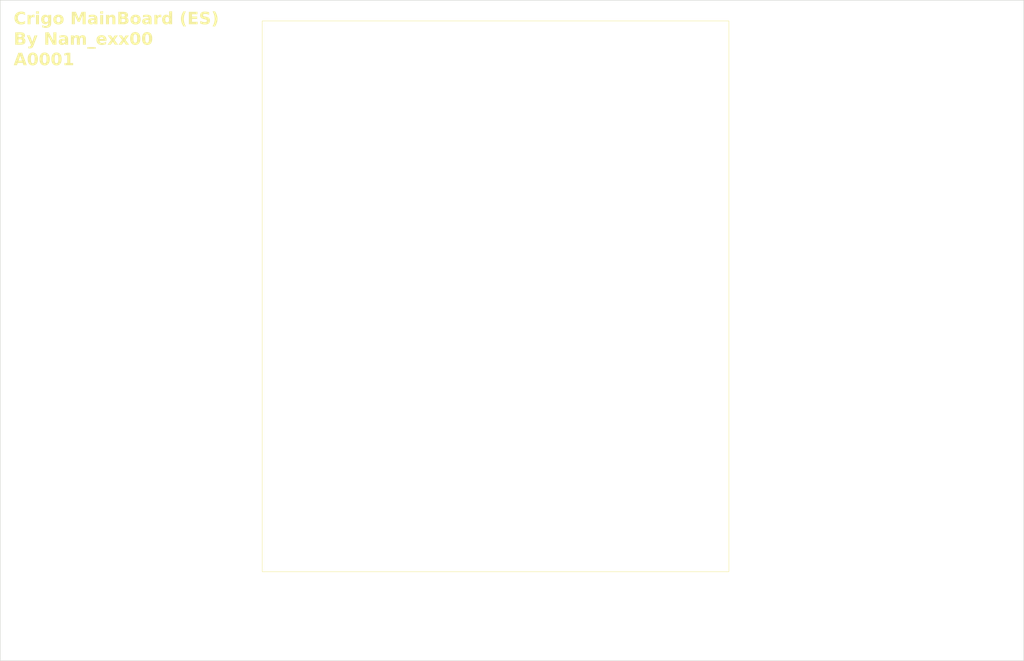
<source format=kicad_pcb>
(kicad_pcb
	(version 20241229)
	(generator "pcbnew")
	(generator_version "9.0")
	(general
		(thickness 1.6)
		(legacy_teardrops no)
	)
	(paper "A4")
	(title_block
		(title "Crigo PC")
		(company "None")
	)
	(layers
		(0 "F.Cu" signal)
		(2 "B.Cu" signal)
		(9 "F.Adhes" user "F.Adhesive")
		(11 "B.Adhes" user "B.Adhesive")
		(13 "F.Paste" user)
		(15 "B.Paste" user)
		(5 "F.SilkS" user "F.Silkscreen")
		(7 "B.SilkS" user "B.Silkscreen")
		(1 "F.Mask" user)
		(3 "B.Mask" user)
		(17 "Dwgs.User" user "User.Drawings")
		(19 "Cmts.User" user "User.Comments")
		(21 "Eco1.User" user "User.Eco1")
		(23 "Eco2.User" user "User.Eco2")
		(25 "Edge.Cuts" user)
		(27 "Margin" user)
		(31 "F.CrtYd" user "F.Courtyard")
		(29 "B.CrtYd" user "B.Courtyard")
		(35 "F.Fab" user)
		(33 "B.Fab" user)
		(39 "User.1" user)
		(41 "User.2" user)
		(43 "User.3" user)
		(45 "User.4" user)
	)
	(setup
		(pad_to_mask_clearance 0)
		(allow_soldermask_bridges_in_footprints no)
		(tenting front back)
		(pcbplotparams
			(layerselection 0x00000000_00000000_55555555_5755f5ff)
			(plot_on_all_layers_selection 0x00000000_00000000_00000000_00000000)
			(disableapertmacros no)
			(usegerberextensions no)
			(usegerberattributes yes)
			(usegerberadvancedattributes yes)
			(creategerberjobfile yes)
			(dashed_line_dash_ratio 12.000000)
			(dashed_line_gap_ratio 3.000000)
			(svgprecision 4)
			(plotframeref no)
			(mode 1)
			(useauxorigin no)
			(hpglpennumber 1)
			(hpglpenspeed 20)
			(hpglpendiameter 15.000000)
			(pdf_front_fp_property_popups yes)
			(pdf_back_fp_property_popups yes)
			(pdf_metadata yes)
			(pdf_single_document no)
			(dxfpolygonmode yes)
			(dxfimperialunits yes)
			(dxfusepcbnewfont yes)
			(psnegative no)
			(psa4output no)
			(plot_black_and_white yes)
			(sketchpadsonfab no)
			(plotpadnumbers no)
			(hidednponfab no)
			(sketchdnponfab yes)
			(crossoutdnponfab yes)
			(subtractmaskfromsilk no)
			(outputformat 1)
			(mirror no)
			(drillshape 1)
			(scaleselection 1)
			(outputdirectory "")
		)
	)
	(net 0 "")
	(gr_rect
		(start 47 -42)
		(end 238.5 184)
		(stroke
			(width 0.2)
			(type solid)
		)
		(fill no)
		(layer "F.SilkS")
		(uuid "afa0e93e-e814-4fa8-b8f9-bfc98766f20c")
	)
	(gr_rect
		(start -60.5 -50.5)
		(end 359.5 220.5)
		(stroke
			(width 0.2)
			(type solid)
		)
		(fill no)
		(layer "Edge.Cuts")
		(uuid "d98cc75a-894c-483e-831f-cc77b608992e")
	)
	(gr_text "Crigo MainBoard (ES)\nBy Nam_exx00\nA0001"
		(at -55 -23 0)
		(layer "F.SilkS")
		(uuid "657a5789-6eb4-4eed-aeef-fd6a48af067c")
		(effects
			(font
				(face "Cascadia Code")
				(size 5 5)
				(thickness 0.3)
				(bold yes)
			)
			(justify left bottom)
		)
		(render_cache "Crigo MainBoard (ES)\nBy Nam_exx00\nA0001" 0
			(polygon
				(pts
					(xy -52.445219 -40.581612) (xy -52.960352 -40.616411) (xy -53.38885 -40.713605) (xy -53.745393 -40.865572)
					(xy -54.041846 -41.069306) (xy -54.28656 -41.326635) (xy -54.483719 -41.644053) (xy -54.632982 -42.032192)
					(xy -54.729508 -42.505108) (xy -54.764305 -43.079605) (xy -54.737348 -43.563801) (xy -54.661186 -43.980511)
					(xy -54.541275 -44.339239) (xy -54.380746 -44.648168) (xy -54.180259 -44.913869) (xy -53.934724 -45.142225)
					(xy -53.652877 -45.321183) (xy -53.32946 -45.452617) (xy -52.957169 -45.535138) (xy -52.527041 -45.564166)
					(xy -52.209 -45.545809) (xy -51.926021 -45.493145) (xy -51.673412 -45.408766) (xy -51.439074 -45.286811)
					(xy -51.25337 -45.139732) (xy -51.109516 -44.966992) (xy -51.615099 -44.308147) (xy -51.788473 -44.475082)
					(xy -52.006498 -44.600933) (xy -52.251482 -44.678135) (xy -52.520324 -44.704431) (xy -52.806447 -44.677139)
					(xy -53.05393 -44.598788) (xy -53.27048 -44.470938) (xy -53.46127 -44.290134) (xy -53.608187 -44.075599)
					(xy -53.718414 -43.814393) (xy -53.78931 -43.497059) (xy -53.814811 -43.111967) (xy -53.78622 -42.680638)
					(xy -53.70774 -42.335441) (xy -53.587404 -42.060529) (xy -53.428912 -41.843096) (xy -53.231282 -41.674197)
					(xy -52.988959 -41.549543) (xy -52.6924 -41.469964) (xy -52.328899 -41.441346) (xy -52.002735 -41.463769)
					(xy -51.678099 -41.531452) (xy -51.352233 -41.646205) (xy -51.195001 -40.813642) (xy -51.596804 -40.685064)
					(xy -52.012454 -40.607684)
				)
			)
			(polygon
				(pts
					(xy -48.999258 -42.204911) (xy -49.210833 -43.449633) (xy -48.900034 -43.449633) (xy -48.854918 -43.735436)
					(xy -48.76665 -43.951536) (xy -48.640088 -44.113438) (xy -48.472875 -44.230743) (xy -48.255842 -44.305776)
					(xy -47.974354 -44.333182) (xy -47.724025 -44.307819) (xy -47.513904 -44.235725) (xy -47.335614 -44.118734)
					(xy -47.183923 -43.953079) (xy -47.071573 -43.759833) (xy -46.985488 -43.519637) (xy -46.92926 -43.222806)
					(xy -46.908845 -42.857955) (xy -47.827503 -42.857955) (xy -47.843514 -43.071723) (xy -47.885036 -43.221062)
					(xy -47.94535 -43.322627) (xy -48.033836 -43.397388) (xy -48.15691 -43.445682) (xy -48.326369 -43.463677)
					(xy -48.485537 -43.443073) (xy -48.619395 -43.383636) (xy -48.734128 -43.283909) (xy -48.832257 -43.136086)
					(xy -48.918543 -42.910886) (xy -48.977205 -42.607278)
				)
			)
			(polygon
				(pts
					(xy -50.686366 -40.65) (xy -50.686366 -41.441346) (xy -48.152041 -41.441346) (xy -48.152041 -40.65)
				)
			)
			(polygon
				(pts
					(xy -49.921275 -40.65) (xy -49.921275 -44.264794) (xy -49.135729 -44.264794) (xy -48.999258 -43.227983)
					(xy -48.999258 -40.65)
				)
			)
			(polygon
				(pts
					(xy -50.549895 -43.473447) (xy -50.549895 -44.264794) (xy -49.183661 -44.264794) (xy -49.115273 -43.473447)
				)
			)
			(polygon
				(pts
					(xy -44.975968 -40.65) (xy -44.975968 -44.05963) (xy -44.053646 -44.05963) (xy -44.053646 -40.65)
				)
			)
			(polygon
				(pts
					(xy -46.314724 -40.65) (xy -46.314724 -41.504849) (xy -44.90758 -41.504849) (xy -44.90758 -40.65)
				)
			)
			(polygon
				(pts
					(xy -44.122034 -40.65) (xy -44.122034 -41.504849) (xy -42.981114 -41.504849) (xy -42.981114 -40.65)
				)
			)
			(polygon
				(pts
					(xy -46.109865 -43.409944) (xy -46.109865 -44.264794) (xy -44.053646 -44.264794) (xy -44.053646 -43.409944)
				)
			)
			(polygon
				(pts
					(xy -44.55587 -44.753279) (xy -44.724314 -44.772508) (xy -44.86447 -44.827303) (xy -44.982684 -44.917227)
					(xy -45.072594 -45.035448) (xy -45.127397 -45.175699) (xy -45.146632 -45.344347) (xy -45.127397 -45.512995)
					(xy -45.072594 -45.653246) (xy -44.982684 -45.771467) (xy -44.86447 -45.861391) (xy -44.724314 -45.916186)
					(xy -44.55587 -45.935415) (xy -44.387222 -45.916179) (xy -44.246971 -45.861376) (xy -44.12875 -45.771467)
					(xy -44.038841 -45.653246) (xy -43.984038 -45.512995) (xy -43.964802 -45.344347) (xy -43.984038 -45.175699)
					(xy -44.038841 -45.035448) (xy -44.12875 -44.917227) (xy -44.246971 -44.827318) (xy -44.387222 -44.772515)
				)
			)
			(polygon
				(pts
					(xy -42.083217 -39.023342) (xy -42.117411 -39.829344) (xy -40.956036 -39.863538) (xy -40.647766 -39.903427)
					(xy -40.423567 -39.993585) (xy -40.262691 -40.12732) (xy -40.149263 -40.306727) (xy -40.074995 -40.546517)
					(xy -40.047452 -40.864628) (xy -40.047452 -43.500924) (xy -39.979064 -44.264794) (xy -39.121772 -44.264794)
					(xy -39.121772 -40.972705) (xy -39.155491 -40.484764) (xy -39.247829 -40.097086) (xy -39.389311 -39.790552)
					(xy -39.576064 -39.549991) (xy -39.814651 -39.360856) (xy -40.124021 -39.212134) (xy -40.520493 -39.107938)
					(xy -41.024424 -39.057536)
				)
			)
			(polygon
				(pts
					(xy -41.014043 -40.581612) (xy -41.341409 -40.613853) (xy -41.618821 -40.705747) (xy -41.856469 -40.854968)
					(xy -42.060929 -41.065823) (xy -42.214724 -41.313991) (xy -42.331599 -41.61984) (xy -42.407478 -41.995163)
					(xy -42.434926 -42.454038) (xy -42.407651 -42.908889) (xy -42.33203 -43.283299) (xy -42.215171 -43.590595)
					(xy -42.060929 -43.841948) (xy -41.85605 -44.055864) (xy -41.617256 -44.207211) (xy -41.337838 -44.300446)
					(xy -41.007327 -44.333182) (xy -40.736977 -44.310213) (xy -40.533095 -44.248318) (xy -40.380539 -44.153968)
					(xy -40.259676 -44.021181) (xy -40.166116 -43.843644) (xy -40.102102 -43.610223) (xy -39.835572 -43.610223)
					(xy -40.047452 -42.454038) (xy -40.071272 -42.802417) (xy -40.133311 -43.049983) (xy -40.223307 -43.221571)
					(xy -40.357023 -43.35368) (xy -40.529869 -43.434625) (xy -40.754535 -43.463677) (xy -40.966106 -43.433281)
					(xy -41.136967 -43.346229) (xy -41.277215 -43.199284) (xy -41.374141 -43.013732) (xy -41.438002 -42.770483)
					(xy -41.461618 -42.454038) (xy -41.43806 -42.125224) (xy -41.375462 -41.881528) (xy -41.282405 -41.703602)
					(xy -41.145883 -41.564706) (xy -40.973765 -41.480858) (xy -40.754535 -41.451116) (xy -40.502534 -41.481477)
					(xy -40.325359 -41.562646) (xy -40.202852 -41.689863) (xy -40.124008 -41.857692) (xy -40.068815 -42.103824)
					(xy -40.047452 -42.454038) (xy -39.801683 -41.30457) (xy -40.122557 -41.30457) (xy -40.181734 -41.074793)
					(xy -40.276755 -40.897547) (xy -40.406184 -40.762351) (xy -40.567776 -40.665261) (xy -40.767164 -40.60373)
				)
			)
			(polygon
				(pts
					(xy -36.171429 -44.299627) (xy -35.848191 -44.20487) (xy -35.575374 -44.053425) (xy -35.344556 -43.84378)
					(xy -35.164994 -43.589454) (xy -35.030887 -43.281292) (xy -34.944929 -42.90844) (xy -34.914078 -42.457397)
					(xy -34.944857 -42.008273) (xy -35.030705 -41.636145) (xy -35.164805 -41.327779) (xy -35.344556 -41.07254)
					(xy -35.575472 -40.86217) (xy -35.848328 -40.710267) (xy -36.171532 -40.615252) (xy -36.556917 -40.581612)
					(xy -36.942297 -40.615247) (xy -37.26556 -40.710256) (xy -37.538522 -40.862161) (xy -37.769583 -41.07254)
					(xy -37.949333 -41.327779) (xy -38.083434 -41.636145) (xy -38.169282 -42.008273) (xy -38.200061 -42.457397)
					(xy -37.219731 -42.457397) (xy -37.197299 -42.143269) (xy -37.136867 -41.90302) (xy -37.045708 -41.721004)
					(xy -36.912623 -41.575615) (xy -36.752256 -41.49042) (xy -36.55539 -41.460886) (xy -36.35861 -41.49046)
					(xy -36.198895 -41.575671) (xy -36.066905 -41.721004) (xy -35.976588 -41.902901) (xy -35.916662 -42.143148)
					(xy -35.894408 -42.457397) (xy -35.916755 -42.773989) (xy -35.97676 -43.014528) (xy -36.066905 -43.195315)
					(xy -36.198823 -43.339607) (xy -36.359005 -43.424417) (xy -36.556917 -43.453907) (xy -36.752892 -43.424558)
					(xy -36.912782 -43.339861) (xy -37.045708 -43.195315) (xy -37.136694 -43.014409) (xy -37.197205 -42.773867)
					(xy -37.219731 -42.457397) (xy -38.200061 -42.457397) (xy -38.16921 -42.90844) (xy -38.083252 -43.281292)
					(xy -37.949145 -43.589454) (xy -37.769583 -43.84378) (xy -37.538621 -44.053435) (xy -37.265697 -44.20488)
					(xy -36.9424 -44.299632) (xy -36.556917 -44.333182)
				)
			)
			(polygon
				(pts
					(xy -28.476448 -42.34993) (xy -28.373866 -43.331786) (xy -28.332955 -43.331786) (xy -27.977581 -45.495778)
					(xy -27.475662 -45.495778) (xy -27.421013 -44.636043) (xy -27.636252 -44.636043) (xy -28.045969 -42.34993)
				)
			)
			(polygon
				(pts
					(xy -30.030443 -40.65) (xy -30.030443 -45.495778) (xy -29.190247 -45.495778) (xy -29.190247 -40.65)
				)
			)
			(polygon
				(pts
					(xy -28.67459 -42.34993) (xy -29.084307 -44.636043) (xy -29.299546 -44.636043) (xy -29.244897 -45.495778)
					(xy -28.742672 -45.495778) (xy -28.387604 -43.331786) (xy -28.360127 -43.331786) (xy -28.264567 -42.34993)
				)
			)
			(polygon
				(pts
					(xy -27.530312 -40.65) (xy -27.530312 -45.495778) (xy -26.690116 -45.495778) (xy -26.690116 -40.65)
				)
			)
			(polygon
				(pts
					(xy -23.595865 -40.615806) (xy -23.674328 -41.696885) (xy -23.688066 -42.173464) (xy -23.688066 -42.888485)
					(xy -23.716584 -43.069728) (xy -23.797654 -43.209683) (xy -23.935668 -43.318658) (xy -24.107031 -43.389844)
					(xy -24.346101 -43.442319) (xy -24.671755 -43.468867) (xy -25.597435 -43.492986) (xy -25.529047 -44.333182)
					(xy -24.740143 -44.322801) (xy -24.236424 -44.287576) (xy -23.836832 -44.205169) (xy -23.522722 -44.084552)
					(xy -23.278349 -43.931097) (xy -23.072847 -43.725335) (xy -22.925113 -43.479077) (xy -22.832736 -43.184109)
					(xy -22.799938 -42.82834) (xy -22.799938 -41.47554) (xy -22.298019 -41.400436) (xy -22.298019 -40.65)
				)
			)
			(polygon
				(pts
					(xy -24.821964 -40.581612) (xy -25.111504 -40.601888) (xy -25.35249 -40.658588) (xy -25.553262 -40.747464)
					(xy -25.720472 -40.86707) (xy -25.857409 -41.020089) (xy -25.956766 -41.202203) (xy -26.019181 -41.419286)
					(xy -26.041346 -41.679483) (xy -26.012887 -41.979094) (xy -25.932351 -42.229561) (xy -25.802746 -42.44075)
					(xy -25.621249 -42.619207) (xy -25.405756 -42.754145) (xy -25.142059 -42.856281) (xy -24.820462 -42.922353)
					(xy -24.429344 -42.946188) (xy -23.915212 -42.915352) (xy -23.476186 -42.820097) (xy -23.6267 -42.101413)
					(xy -23.840762 -42.142769) (xy -24.019626 -42.160947) (xy -24.384769 -42.169495) (xy -24.685482 -42.145659)
					(xy -24.882976 -42.085241) (xy -25.00699 -41.99926) (xy -25.077713 -41.889553) (xy -25.102233 -41.748176)
					(xy -25.068522 -41.578142) (xy -24.972479 -41.458443) (xy -24.823003 -41.386172) (xy -24.593292 -41.358304)
					(xy -24.309033 -41.388865) (xy -24.091067 -41.472793) (xy -23.912307 -41.60522) (xy -23.788817 -41.764052)
					(xy -23.712738 -41.9456) (xy -23.688066 -42.128585) (xy -23.688066 -42.357562) (xy -23.558312 -41.421502)
					(xy -23.848656 -41.421502) (xy -23.728977 -41.531411) (xy -23.772231 -41.233129) (xy -23.87247 -41.003236)
					(xy -24.03136 -40.819286) (xy -24.246467 -40.686636) (xy -24.501926 -40.609513)
				)
			)
			(polygon
				(pts
					(xy -20.385598 -40.65) (xy -20.385598 -44.05963) (xy -19.463276 -44.05963) (xy -19.463276 -40.65)
				)
			)
			(polygon
				(pts
					(xy -21.724354 -40.65) (xy -21.724354 -41.504849) (xy -20.31721 -41.504849) (xy -20.31721 -40.65)
				)
			)
			(polygon
				(pts
					(xy -19.531664 -40.65) (xy -19.531664 -41.504849) (xy -18.390744 -41.504849) (xy -18.390744 -40.65)
				)
			)
			(polygon
				(pts
					(xy -21.519495 -43.409944) (xy -21.519495 -44.264794) (xy -19.463276 -44.264794) (xy -19.463276 -43.409944)
				)
			)
			(polygon
				(pts
					(xy -19.9655 -44.753279) (xy -20.133944 -44.772508) (xy -20.2741 -44.827303) (xy -20.392315 -44.917227)
					(xy -20.482224 -45.035448) (xy -20.537027 -45.175699) (xy -20.556263 -45.344347) (xy -20.537027 -45.512995)
					(xy -20.482224 -45.653246) (xy -20.392315 -45.771467) (xy -20.2741 -45.861391) (xy -20.133944 -45.916186)
					(xy -19.9655 -45.935415) (xy -19.796852 -45.916179) (xy -19.656601 -45.861376) (xy -19.538381 -45.771467)
					(xy -19.448471 -45.653246) (xy -19.393668 -45.512995) (xy -19.374433 -45.344347) (xy -19.393668 -45.175699)
					(xy -19.448471 -45.035448) (xy -19.538381 -44.917227) (xy -19.656601 -44.827318) (xy -19.796852 -44.772515)
				)
			)
			(polygon
				(pts
					(xy -15.457083 -40.65) (xy -15.457083 -42.77247) (xy -15.474292 -42.986891) (xy -15.520896 -43.151289)
					(xy -15.592027 -43.276526) (xy -15.693371 -43.374084) (xy -15.819204 -43.433052) (xy -15.97732 -43.453907)
					(xy -16.184678 -43.427616) (xy -16.347952 -43.353817) (xy -16.477902 -43.232728) (xy -16.5787 -43.054981)
					(xy -16.647112 -42.803209) (xy -16.673107 -42.454038) (xy -16.884682 -43.609918) (xy -16.584263 -43.609918)
					(xy -16.529627 -43.844867) (xy -16.44545 -44.022211) (xy -16.33483 -44.153968) (xy -16.191806 -44.248089)
					(xy -15.996818 -44.31005) (xy -15.733688 -44.333182) (xy -15.45021 -44.309166) (xy -15.213158 -44.241488)
					(xy -15.013814 -44.133696) (xy -14.845865 -43.985136) (xy -14.714248 -43.803832) (xy -14.616354 -43.58509)
					(xy -14.553806 -43.321391) (xy -14.531402 -43.003279) (xy -14.531402 -40.65)
				)
			)
			(polygon
				(pts
					(xy -17.598787 -40.65) (xy -17.598787 -44.264794) (xy -16.772025 -44.264794) (xy -16.673107 -43.500924)
					(xy -16.673107 -40.65)
				)
			)
			(polygon
				(pts
					(xy -12.67363 -40.65) (xy -12.67363 -41.480425) (xy -11.809621 -41.480425) (xy -11.568941 -41.502233)
					(xy -11.381375 -41.562008) (xy -11.235345 -41.655059) (xy -11.123579 -41.78423) (xy -11.055124 -41.944406)
					(xy -11.030792 -42.145071) (xy -11.05615 -42.342514) (xy -11.127831 -42.500357) (xy -11.246031 -42.628061)
					(xy -11.398628 -42.718622) (xy -11.598011 -42.777618) (xy -11.857248 -42.799337) (xy -12.660197 -42.799337)
					(xy -12.742018 -43.162342) (xy -11.403262 -43.162342) (xy -11.085748 -43.140289) (xy -10.823477 -43.078838)
					(xy -10.606831 -42.982906) (xy -10.428122 -42.854291) (xy -10.281369 -42.689459) (xy -10.175018 -42.494083)
					(xy -10.108312 -42.262028) (xy -10.084656 -41.984787) (xy -10.111949 -41.671026) (xy -10.189001 -41.408115)
					(xy -10.312105 -41.186388) (xy -10.482466 -40.998961) (xy -10.688963 -40.853535) (xy -10.939642 -40.74481)
					(xy -11.243446 -40.675054) (xy -11.611479 -40.65)
				)
			)
			(polygon
				(pts
					(xy -13.527564 -40.65) (xy -13.527564 -45.495778) (xy -12.626003 -45.495778) (xy -12.626003 -40.65)
				)
			)
			(polygon
				(pts
					(xy -12.905966 -43.039) (xy -12.905966 -43.37117) (xy -11.560188 -43.37117) (xy -11.560188 -43.039)
				)
			)
			(polygon
				(pts
					(xy -12.67363 -43.271641) (xy -12.67363 -43.634647) (xy -12.01448 -43.634647) (xy -11.806754 -43.652233)
					(xy -11.650845 -43.699519) (xy -11.534848 -43.771423) (xy -11.447006 -43.873292) (xy -11.392223 -44.004838)
					(xy -11.372426 -44.17534) (xy -11.392887 -44.328714) (xy -11.450313 -44.448174) (xy -11.544923 -44.542009)
					(xy -11.666616 -44.605936) (xy -11.834509 -44.649073) (xy -12.062412 -44.665352) (xy -12.660197 -44.665352)
					(xy -12.742018 -45.495778) (xy -12.028218 -45.495778) (xy -11.639335 -45.473004) (xy -11.319758 -45.40994)
					(xy -11.058046 -45.312683) (xy -10.844556 -45.184673) (xy -10.662426 -45.013668) (xy -10.53361 -44.813406)
					(xy -10.454206 -44.578113) (xy -10.42629 -44.298682) (xy -10.448361 -44.056671) (xy -10.510756 -43.854033)
					(xy -10.610838 -43.683066) (xy -10.750218 -43.538476) (xy -10.980676 -43.397032) (xy -11.280598 -43.305319)
					(xy -11.669487 -43.271641)
				)
			)
			(polygon
				(pts
					(xy -7.482665 -44.299627) (xy -7.159426 -44.20487) (xy -6.886609 -44.053425) (xy -6.655792 -43.84378)
					(xy -6.476229 -43.589454) (xy -6.342122 -43.281292) (xy -6.256164 -42.90844) (xy -6.225314 -42.457397)
					(xy -6.256092 -42.008273) (xy -6.341941 -41.636145) (xy -6.476041 -41.327779) (xy -6.655792 -41.07254)
					(xy -6.886707 -40.86217) (xy -7.159563 -40.710267) (xy -7.482767 -40.615252) (xy -7.868152 -40.581612)
					(xy -8.253532 -40.615247) (xy -8.576795 -40.710256) (xy -8.849758 -40.862161) (xy -9.080818 -41.07254)
					(xy -9.260569 -41.327779) (xy -9.394669 -41.636145) (xy -9.480517 -42.008273) (xy -9.511296 -42.457397)
					(xy -8.530966 -42.457397) (xy -8.508534 -42.143269) (xy -8.448102 -41.90302) (xy -8.356943 -41.721004)
					(xy -8.223858 -41.575615) (xy -8.063491 -41.49042) (xy -7.866625 -41.460886) (xy -7.669845 -41.49046)
					(xy -7.51013 -41.575671) (xy -7.37814 -41.721004) (xy -7.287823 -41.902901) (xy -7.227897 -42.143148)
					(xy -7.205643 -42.457397) (xy -7.22799 -42.773989) (xy -7.287996 -43.014528) (xy -7.37814 -43.195315)
					(xy -7.510059 -43.339607) (xy -7.67024 -43.424417) (xy -7.868152 -43.453907) (xy -8.064127 -43.424558)
					(xy -8.224017 -43.339861) (xy -8.356943 -43.195315) (xy -8.447929 -43.014409) (xy -8.508441 -42.773867)
					(xy -8.530966 -42.457397) (xy -9.511296 -42.457397) (xy -9.480445 -42.90844) (xy -9.394488 -43.281292)
					(xy -9.26038 -43.589454) (xy -9.080818 -43.84378) (xy -8.849856 -44.053435) (xy -8.576932 -44.20488)
					(xy -8.253635 -44.299632) (xy -7.868152 -44.333182)
				)
			)
			(polygon
				(pts
					(xy -3.10389 -40.615806) (xy -3.182353 -41.696885) (xy -3.196092 -42.173464) (xy -3.196092 -42.888485)
					(xy -3.22461 -43.069728) (xy -3.305679 -43.209683) (xy -3.443693 -43.318658) (xy -3.615056 -43.389844)
					(xy -3.854126 -43.442319) (xy -4.17978 -43.468867) (xy -5.10546 -43.492986) (xy -5.037072 -44.333182)
					(xy -4.248168 -44.322801) (xy -3.744449 -44.287576) (xy -3.344858 -44.205169) (xy -3.030747 -44.084552)
					(xy -2.786374 -43.931097) (xy -2.580872 -43.725335) (xy -2.433138 -43.479077) (xy -2.340761 -43.184109)
					(xy -2.307964 -42.82834) (xy -2.307964 -41.47554) (xy -1.806045 -41.400436) (xy -1.806045 -40.65)
				)
			)
			(polygon
				(pts
					(xy -4.329989 -40.581612) (xy -4.619529 -40.601888) (xy -4.860515 -40.658588) (xy -5.061287 -40.747464)
					(xy -5.228497 -40.86707) (xy -5.365434 -41.020089) (xy -5.464792 -41.202203) (xy -5.527206 -41.419286)
					(xy -5.549371 -41.679483) (xy -5.520912 -41.979094) (xy -5.440376 -42.229561) (xy -5.310771 -42.44075)
					(xy -5.129274 -42.619207) (xy -4.913781 -42.754145) (xy -4.650084 -42.856281) (xy -4.328487 -42.922353)
					(xy -3.937369 -42.946188) (xy -3.423237 -42.915352) (xy -2.984211 -42.820097) (xy -3.134726 -42.101413)
					(xy -3.348787 -42.142769) (xy -3.527651 -42.160947) (xy -3.892794 -42.169495) (xy -4.193507 -42.145659)
					(xy -4.391001 -42.085241) (xy -4.515015 -41.99926) (xy -4.585738 -41.889553) (xy -4.610258 -41.748176)
					(xy -4.576547 -41.578142) (xy -4.480504 -41.458443) (xy -4.331028 -41.386172) (xy -4.101317 -41.358304)
					(xy -3.817058 -41.388865) (xy -3.599092 -41.472793) (xy -3.420332 -41.60522) (xy -3.296842 -41.764052)
					(xy -3.220763 -41.9456) (xy -3.196092 -42.128585) (xy -3.196092 -42.357562) (xy -3.066338 -41.421502)
					(xy -3.356681 -41.421502) (xy -3.237002 -41.531411) (xy -3.280257 -41.233129) (xy -3.380495 -41.003236)
					(xy -3.539385 -40.819286) (xy -3.754492 -40.686636) (xy -4.009951 -40.609513)
				)
			)
			(polygon
				(pts
					(xy 0.181481 -42.204911) (xy -0.030094 -43.449633) (xy 0.280704 -43.449633) (xy 0.325821 -43.735436)
					(xy 0.414089 -43.951536) (xy 0.540651 -44.113438) (xy 0.707864 -44.230743) (xy 0.924897 -44.305776)
					(xy 1.206385 -44.333182) (xy 1.456714 -44.307819) (xy 1.666834 -44.235725) (xy 1.845125 -44.118734)
					(xy 1.996816 -43.953079) (xy 2.109166 -43.759833) (xy 2.19525 -43.519637) (xy 2.251478 -43.222806)
					(xy 2.271894 -42.857955) (xy 1.353236 -42.857955) (xy 1.337224 -43.071723) (xy 1.295702 -43.221062)
					(xy 1.235389 -43.322627) (xy 1.146902 -43.397388) (xy 1.023829 -43.445682) (xy 0.85437 -43.463677)
					(xy 0.695202 -43.443073) (xy 0.561343 -43.383636) (xy 0.446611 -43.283909) (xy 0.348482 -43.136086)
					(xy 0.262196 -42.910886) (xy 0.203533 -42.607278)
				)
			)
			(polygon
				(pts
					(xy -1.505626 -40.65) (xy -1.505626 -41.441346) (xy 1.028698 -41.441346) (xy 1.028698 -40.65)
				)
			)
			(polygon
				(pts
					(xy -0.740535 -40.65) (xy -0.740535 -44.264794) (xy 0.04501 -44.264794) (xy 0.181481 -43.227983)
					(xy 0.181481 -40.65)
				)
			)
			(polygon
				(pts
					(xy -1.369155 -43.473447) (xy -1.369155 -44.264794) (xy -0.002922 -44.264794) (xy 0.065465 -43.473447)
				)
			)
			(polygon
				(pts
					(xy 4.0683 -40.581612) (xy 3.740935 -40.613853) (xy 3.463522 -40.705747) (xy 3.225874 -40.854968)
					(xy 3.021414 -41.065823) (xy 2.86762 -41.313991) (xy 2.750745 -41.61984) (xy 2.674866 -41.995163)
					(xy 2.647418 -42.454038) (xy 2.674692 -42.908889) (xy 2.750313 -43.283299) (xy 2.867173 -43.590595)
					(xy 3.021414 -43.841948) (xy 3.226294 -44.055864) (xy 3.465087 -44.207211) (xy 3.744506 -44.300446)
					(xy 4.075017 -44.333182) (xy 4.33356 -44.310388) (xy 4.529841 -44.248686) (xy 4.677991 -44.153968)
					(xy 4.794558 -44.021668) (xy 4.884765 -43.844232) (xy 4.946048 -43.610223) (xy 5.246772 -43.610223)
					(xy 5.034891 -42.454038) (xy 5.011071 -42.802417) (xy 4.949033 -43.049983) (xy 4.859036 -43.221571)
					(xy 4.725321 -43.35368) (xy 4.552475 -43.434625) (xy 4.327808 -43.463677) (xy 4.116238 -43.433281)
					(xy 3.945377 -43.346229) (xy 3.805129 -43.199284) (xy 3.708203 -43.013732) (xy 3.644342 -42.770483)
					(xy 3.620725 -42.454038) (xy 3.644284 -42.125224) (xy 3.706881 -41.881528) (xy 3.799938 -41.703602)
					(xy 3.936461 -41.564706) (xy 4.108578 -41.480858) (xy 4.327808 -41.451116) (xy 4.579809 -41.481477)
					(xy 4.756985 -41.562646) (xy 4.879492 -41.689863) (xy 4.958336 -41.857692) (xy 5.013529 -42.103824)
					(xy 5.034891 -42.454038) (xy 5.280661 -41.30457) (xy 4.959787 -41.30457) (xy 4.90061 -41.074793)
					(xy 4.805589 -40.897547) (xy 4.67616 -40.762351) (xy 4.514568 -40.665261) (xy 4.31518 -40.60373)
				)
			)
			(polygon
				(pts
					(xy 5.168004 -40.615806) (xy 5.034891 -41.332048) (xy 5.034891 -45.76933) (xy 5.960572 -45.76933)
					(xy 5.960572 -40.65)
				)
			)
			(polygon
				(pts
					(xy 13.887473 -39.964898) (xy 13.422964 -40.000355) (xy 13.017825 -40.101784) (xy 12.66212 -40.265045)
					(xy 12.348142 -40.49053) (xy 12.070917 -40.783112) (xy 11.851946 -41.11273) (xy 11.674518 -41.499112)
					(xy 11.540758 -41.951018) (xy 11.455263 -42.478888) (xy 11.424895 -43.094565) (xy 11.455206 -43.701408)
					(xy 11.540573 -44.221937) (xy 11.674219 -44.667837) (xy 11.851663 -45.049388) (xy 12.070917 -45.375183)
					(xy 12.347603 -45.663697) (xy 12.661271 -45.886382) (xy 13.016961 -46.047822) (xy 13.422394 -46.14821)
					(xy 13.887473 -46.183321) (xy 14.037683 -46.183321) (xy 14.037683 -45.323586) (xy 13.887473 -45.323586)
					(xy 13.602781 -45.298982) (xy 13.353912 -45.22828) (xy 13.134238 -45.113373) (xy 12.938958 -44.952388)
					(xy 12.765483 -44.739846) (xy 12.604083 -44.44418) (xy 12.480568 -44.080679) (xy 12.400132 -43.635985)
					(xy 12.371031 -43.094565) (xy 12.400145 -42.544125) (xy 12.480625 -42.091648) (xy 12.604173 -41.721524)
					(xy 12.765483 -41.42028) (xy 12.93958 -41.202764) (xy 13.135231 -41.038462) (xy 13.354929 -40.92147)
					(xy 13.603454 -40.849615) (xy 13.887473 -40.824633) (xy 14.037683 -40.824633) (xy 14.037683 -39.964898)
				)
			)
			(polygon
				(pts
					(xy 15.1612 -40.65) (xy 15.1612 -45.495778) (xy 16.062761 -45.495778) (xy 16.062761 -40.65)
				)
			)
			(polygon
				(pts
					(xy 15.1612 -40.65) (xy 15.1612 -41.480425) (xy 18.487787 -41.480425) (xy 18.487787 -40.65)
				)
			)
			(polygon
				(pts
					(xy 15.1612 -42.662561) (xy 15.1612 -43.497871) (xy 17.873211 -43.497871) (xy 17.873211 -42.662561)
				)
			)
			(polygon
				(pts
					(xy 15.1612 -44.665352) (xy 15.1612 -45.495778) (xy 18.487787 -45.495778) (xy 18.487787 -44.665352)
				)
			)
			(polygon
				(pts
					(xy 20.653 -40.581612) (xy 20.243734 -40.599271) (xy 19.850357 -40.651526) (xy 19.47374 -40.737772)
					(xy 19.153654 -40.847836) (xy 19.276692 -41.769242) (xy 19.654104 -41.628937) (xy 20.022854 -41.526526)
					(xy 20.387842 -41.4616) (xy 20.70765 -41.441346) (xy 20.949026 -41.45822) (xy 21.131526 -41.503416)
					(xy 21.267882 -41.5711) (xy 21.376355 -41.670456) (xy 21.440342 -41.792047) (xy 21.462665 -41.943265)
					(xy 21.440022 -42.086942) (xy 21.371922 -42.21618) (xy 21.25128 -42.336197) (xy 21.063023 -42.448237)
					(xy 20.36632 -42.786209) (xy 20.03749 -42.974949) (xy 19.773832 -43.183122) (xy 19.56673 -43.410554)
					(xy 19.40806 -43.670067) (xy 19.31474 -43.942314) (xy 19.283408 -44.233347) (xy 19.311925 -44.544631)
					(xy 19.392683 -44.80622) (xy 19.522465 -45.027828) (xy 19.703506 -45.21612) (xy 19.920422 -45.360604)
					(xy 20.1842 -45.46917) (xy 20.504248 -45.539038) (xy 20.892053 -45.564166) (xy 21.187417 -45.54647)
					(xy 21.469565 -45.494076) (xy 21.740797 -45.40724) (xy 21.998811 -45.28681) (xy 22.235583 -45.135879)
					(xy 22.45307 -44.953253) (xy 21.831472 -44.240064) (xy 21.589049 -44.442229) (xy 21.356725 -44.584141)
					(xy 21.116531 -44.675755) (xy 20.895717 -44.704431) (xy 20.698771 -44.688342) (xy 20.545885 -44.644508)
					(xy 20.427686 -44.577119) (xy 20.335944 -44.481568) (xy 20.280194 -44.361535) (xy 20.26038 -44.209228)
					(xy 20.288747 -44.055992) (xy 20.378227 -43.905451) (xy 20.515011 -43.773909) (xy 20.714672 -43.646249)
					(xy 21.370464 -43.308278) (xy 21.698608 -43.112265) (xy 21.958966 -42.905081) (xy 22.160894 -42.686985)
					(xy 22.318259 -42.439381) (xy 22.409228 -42.187649) (xy 22.439331 -41.926168) (xy 22.408264 -41.612296)
					(xy 22.319931 -41.34801) (xy 22.176774 -41.123143) (xy 21.974659 -40.931184) (xy 21.73729 -40.787434)
					(xy 21.445552 -40.678159) (xy 21.08847 -40.607243)
				)
			)
			(polygon
				(pts
					(xy 23.504841 -39.964898) (xy 23.504841 -40.824633) (xy 23.651692 -40.824633) (xy 23.937235 -40.849682)
					(xy 24.186577 -40.921663) (xy 24.406498 -41.038734) (xy 24.601861 -41.20299) (xy 24.775209 -41.42028)
					(xy 24.935852 -41.721426) (xy 25.05893 -42.091514) (xy 25.139121 -42.544025) (xy 25.168135 -43.094565)
					(xy 25.139134 -43.636086) (xy 25.058986 -44.080814) (xy 24.935941 -44.444278) (xy 24.775209 -44.739846)
					(xy 24.602483 -44.952165) (xy 24.407493 -45.113105) (xy 24.187599 -45.22809) (xy 23.937912 -45.298915)
					(xy 23.651692 -45.323586) (xy 23.504841 -45.323586) (xy 23.504841 -46.183321) (xy 23.651692 -46.183321)
					(xy 24.118329 -46.14815) (xy 24.524586 -46.047649) (xy 24.880486 -45.886137) (xy 25.193846 -45.663493)
					(xy 25.469774 -45.375183) (xy 25.688463 -45.049472) (xy 25.865486 -44.667968) (xy 25.998835 -44.22207)
					(xy 26.084021 -43.701496) (xy 26.11427 -43.094565) (xy 26.083964 -42.4788) (xy 25.998651 -41.950884)
					(xy 25.865188 -41.498981) (xy 25.688181 -41.112646) (xy 25.469774 -40.783112) (xy 25.193307 -40.490735)
					(xy 24.879634 -40.265292) (xy 24.523719 -40.101959) (xy 24.117757 -40.000417) (xy 23.651692 -39.964898)
				)
			)
			(polygon
				(pts
					(xy -53.65758 -32.25) (xy -53.65758 -33.080425) (xy -52.793571 -33.080425) (xy -52.552891 -33.102233)
					(xy -52.365325 -33.162008) (xy -52.219295 -33.255059) (xy -52.107529 -33.38423) (xy -52.039073 -33.544406)
					(xy -52.014741 -33.745071) (xy -52.0401 -33.942514) (xy -52.111781 -34.100357) (xy -52.22998 -34.228061)
					(xy -52.382578 -34.318622) (xy -52.581961 -34.377618) (xy -52.841198 -34.399337) (xy -53.644146 -34.399337)
					(xy -53.725968 -34.762342) (xy -52.387212 -34.762342) (xy -52.069697 -34.740289) (xy -51.807427 -34.678838)
					(xy -51.59078 -34.582906) (xy -51.412072 -34.454291) (xy -51.265319 -34.289459) (xy -51.158968 -34.094083)
					(xy -51.092262 -33.862028) (xy -51.068606 -33.584787) (xy -51.095899 -33.271026) (xy -51.172951 -33.008115)
					(xy -51.296054 -32.786388) (xy -51.466416 -32.598961) (xy -51.672912 -32.453535) (xy -51.923592 -32.34481)
					(xy -52.227395 -32.275054) (xy -52.595429 -32.25)
				)
			)
			(polygon
				(pts
					(xy -54.511514 -32.25) (xy -54.511514 -37.095778) (xy -53.609952 -37.095778) (xy -53.609952 -32.25)
				)
			)
			(polygon
				(pts
					(xy -53.889916 -34.639) (xy -53.889916 -34.97117) (xy -52.544138 -34.97117) (xy -52.544138 -34.639)
				)
			)
			(polygon
				(pts
					(xy -53.65758 -34.871641) (xy -53.65758 -35.234647) (xy -52.998429 -35.234647) (xy -52.790704 -35.252233)
					(xy -52.634795 -35.299519) (xy -52.518797 -35.371423) (xy -52.430956 -35.473292) (xy -52.376173 -35.604838)
					(xy -52.356376 -35.77534) (xy -52.376837 -35.928714) (xy -52.434262 -36.048174) (xy -52.528872 -36.142009)
					(xy -52.650566 -36.205936) (xy -52.818459 -36.249073) (xy -53.046362 -36.265352) (xy -53.644146 -36.265352)
					(xy -53.725968 -37.095778) (xy -53.012168 -37.095778) (xy -52.623285 -37.073004) (xy -52.303707 -37.00994)
					(xy -52.041996 -36.912683) (xy -51.828506 -36.784673) (xy -51.646375 -36.613668) (xy -51.51756 -36.413406)
					(xy -51.438156 -36.178113) (xy -51.41024 -35.898682) (xy -51.432311 -35.656671) (xy -51.494706 -35.454033)
					(xy -51.594788 -35.283066) (xy -51.734167 -35.138476) (xy -51.964626 -34.997032) (xy -52.264548 -34.905319)
					(xy -52.653436 -34.871641)
				)
			)
			(polygon
				(pts
					(xy -50.703463 -30.623342) (xy -50.737657 -31.424459) (xy -50.1127 -31.492541) (xy -49.807685 -31.555852)
					(xy -49.562848 -31.662595) (xy -49.35442 -31.824277) (xy -49.171755 -32.059185) (xy -49.026758 -32.346977)
					(xy -48.889959 -32.74795) (xy -48.01557 -35.864794) (xy -47.03524 -35.864794) (xy -48.053122 -32.57698)
					(xy -48.206119 -32.147976) (xy -48.363839 -31.803231) (xy -48.524511 -31.530399) (xy -48.718153 -31.282696)
					(xy -48.928298 -31.08718) (xy -49.156184 -30.93811) (xy -49.406416 -30.827082) (xy -49.695883 -30.743962)
					(xy -50.030573 -30.691425)
				)
			)
			(polygon
				(pts
					(xy -49.555826 -32.25) (xy -50.771851 -35.864794) (xy -49.791521 -35.864794) (xy -48.893318 -33.036461)
					(xy -48.72937 -33.036461) (xy -48.72937 -32.25)
				)
			)
			(polygon
				(pts
					(xy -40.409542 -32.25) (xy -41.263476 -36.037901) (xy -41.635642 -36.037901) (xy -41.635642 -37.095778)
					(xy -40.901386 -37.095778) (xy -40.047452 -33.307876) (xy -39.81878 -33.307876) (xy -39.81878 -32.25)
				)
			)
			(polygon
				(pts
					(xy -42.25724 -32.25) (xy -42.25724 -37.095778) (xy -41.389872 -37.095778) (xy -41.389872 -32.25)
				)
			)
			(polygon
				(pts
					(xy -39.921057 -32.25) (xy -39.921057 -37.095778) (xy -39.053689 -37.095778) (xy -39.053689 -32.25)
				)
			)
			(polygon
				(pts
					(xy -35.89105 -32.215806) (xy -35.969513 -33.296885) (xy -35.983251 -33.773464) (xy -35.983251 -34.488485)
					(xy -36.011769 -34.669728) (xy -36.092839 -34.809683) (xy -36.230853 -34.918658) (xy -36.402216 -34.989844)
					(xy -36.641286 -35.042319) (xy -36.966939 -35.068867) (xy -37.89262 -35.092986) (xy -37.824232 -35.933182)
					(xy -37.035327 -35.922801) (xy -36.531609 -35.887576) (xy -36.132017 -35.805169) (xy -35.817907 -35.684552)
					(xy -35.573534 -35.531097) (xy -35.368032 -35.325335) (xy -35.220298 -35.079077) (xy -35.127921 -34.784109)
					(xy -35.095123 -34.42834) (xy -35.095123 -33.07554) (xy -34.593204 -33.000436) (xy -34.593204 -32.25)
				)
			)
			(polygon
				(pts
					(xy -37.117149 -32.181612) (xy -37.406689 -32.201888) (xy -37.647675 -32.258588) (xy -37.848447 -32.347464)
					(xy -38.015657 -32.46707) (xy -38.152594 -32.620089) (xy -38.251951 -32.802203) (xy -38.314365 -33.019286)
					(xy -38.336531 -33.279483) (xy -38.308072 -33.579094) (xy -38.227536 -33.829561) (xy -38.09793 -34.04075)
					(xy -37.916434 -34.219207) (xy -37.700941 -34.354145) (xy -37.437244 -34.456281) (xy -37.115647 -34.522353)
					(xy -36.724528 -34.546188) (xy -36.210397 -34.515352) (xy -35.771371 -34.420097) (xy -35.921885 -33.701413)
					(xy -36.135947 -33.742769) (xy -36.314811 -33.760947) (xy -36.679954 -33.769495) (xy -36.980667 -33.745659)
					(xy -37.178161 -33.685241) (xy -37.302175 -33.59926) (xy -37.372898 -33.489553) (xy -37.397418 -33.348176)
					(xy -37.363707 -33.178142) (xy -37.267663 -33.058443) (xy -37.118188 -32.986172) (xy -36.888476 -32.958304)
					(xy -36.604218 -32.988865) (xy -36.386252 -33.072793) (xy -36.207492 -33.20522) (xy -36.084002 -33.364052)
					(xy -36.007923 -33.5456) (xy -35.983251 -33.728585) (xy -35.983251 -33.957562) (xy -35.853497 -33.021502)
					(xy -36.143841 -33.021502) (xy -36.024162 -33.131411) (xy -36.067416 -32.833129) (xy -36.167655 -32.603236)
					(xy -36.326545 -32.419286) (xy -36.541652 -32.286636) (xy -36.797111 -32.209513)
				)
			)
			(polygon
				(pts
					(xy -31.642445 -32.25) (xy -31.642445 -34.698229) (xy -31.661223 -34.885939) (xy -31.707141 -34.995432)
					(xy -31.772321 -35.053735) (xy -31.861043 -35.073447) (xy -31.961687 -35.051706) (xy -32.034924 -34.987966)
					(xy -32.086025 -34.869537) (xy -32.106812 -34.668004) (xy -32.352887 -35.414776) (xy -32.045446 -35.414776)
					(xy -32.009176 -35.568798) (xy -31.945891 -35.69366) (xy -31.855853 -35.794879) (xy -31.74278 -35.86978)
					(xy -31.605413 -35.916531) (xy -31.437281 -35.933182) (xy -31.202357 -35.907769) (xy -31.029428 -35.839106)
					(xy -30.903 -35.731987) (xy -30.816036 -35.587201) (xy -30.756634 -35.377401) (xy -30.733862 -35.080469)
					(xy -30.733862 -32.25)
				)
			)
			(polygon
				(pts
					(xy -34.183487 -32.25) (xy -34.183487 -35.864794) (xy -33.353672 -35.864794) (xy -33.271545 -35.100924)
					(xy -33.271545 -32.25)
				)
			)
			(polygon
				(pts
					(xy -32.79344 -32.25) (xy -32.79344 -34.766617) (xy -32.822833 -34.950384) (xy -32.895089 -35.042402)
					(xy -33.012037 -35.073447) (xy -33.119599 -35.051092) (xy -33.196864 -34.986326) (xy -33.250065 -34.867738)
					(xy -33.271545 -34.668004) (xy -33.483426 -35.414776) (xy -33.223613 -35.414776) (xy -33.155859 -35.652881)
					(xy -33.04437 -35.807514) (xy -32.88878 -35.899866) (xy -32.673761 -35.933182) (xy -32.507009 -35.910683)
					(xy -32.370996 -35.846347) (xy -32.258243 -35.738703) (xy -32.179571 -35.600573) (xy -32.126738 -35.409397)
					(xy -32.106812 -35.148857) (xy -32.106812 -32.25)
				)
			)
			(polygon
				(pts
					(xy -30.067995 -31.424459) (xy -30.067995 -32.25) (xy -26.652564 -32.25) (xy -26.652564 -31.424459)
				)
			)
			(polygon
				(pts
					(xy -23.940858 -32.181612) (xy -24.411348 -32.216086) (xy -24.801236 -32.312423) (xy -25.124796 -32.463577)
					(xy -25.393187 -32.667655) (xy -25.570896 -32.870054) (xy -25.711525 -33.105187) (xy -25.815713 -33.377984)
					(xy -25.88159 -33.695001) (xy -25.904876 -34.064113) (xy -25.873901 -34.509222) (xy -25.787366 -34.879032)
					(xy -25.651891 -35.18649) (xy -25.469818 -35.441948) (xy -25.236633 -35.652095) (xy -24.960473 -35.804149)
					(xy -24.632705 -35.899416) (xy -24.241277 -35.933182) (xy -23.85713 -35.901779) (xy -23.536641 -35.813477)
					(xy -23.26805 -35.673386) (xy -23.042655 -35.481332) (xy -22.866208 -35.245098) (xy -22.734288 -34.955186)
					(xy -22.649462 -34.600345) (xy -22.618893 -34.16639) (xy -22.640265 -33.700802) (xy -25.296711 -33.700802)
					(xy -25.296711 -34.340718) (xy -23.527477 -34.340718) (xy -23.550646 -34.574889) (xy -23.614164 -34.755648)
					(xy -23.713712 -34.89515) (xy -23.849281 -34.999544) (xy -24.01951 -35.064704) (xy -24.23456 -35.088101)
					(xy -24.463364 -35.05797) (xy -24.647102 -34.972489) (xy -24.796624 -34.83073) (xy -24.90203 -34.64844)
					(xy -24.970901 -34.409818) (xy -24.996292 -34.099223) (xy -24.975486 -33.845253) (xy -24.917337 -33.636362)
					(xy -24.825632 -33.464013) (xy -24.700453 -33.32192) (xy -24.487826 -33.180143) (xy -24.213167 -33.089207)
					(xy -23.858731 -33.056001) (xy -23.373604 -33.081646) (xy -22.885423 -33.151866) (xy -22.79658 -32.277477)
					(xy -23.137041 -32.225917) (xy -23.431306 -32.198709)
				)
			)
			(polygon
				(pts
					(xy -21.936235 -32.25) (xy -20.436584 -34.268972) (xy -19.494112 -35.864794) (xy -18.390744 -35.864794)
					(xy -19.94474 -33.784455) (xy -20.832868 -32.25)
				)
			)
			(polygon
				(pts
					(xy -19.494112 -32.25) (xy -20.42315 -33.784455) (xy -21.936235 -35.864794) (xy -20.832868 -35.864794)
					(xy -19.89009 -34.268972) (xy -18.390744 -32.25)
				)
			)
			(polygon
				(pts
					(xy -17.83784 -32.25) (xy -16.338189 -34.268972) (xy -15.395717 -35.864794) (xy -14.292349 -35.864794)
					(xy -15.846345 -33.784455) (xy -16.734473 -32.25)
				)
			)
			(polygon
				(pts
					(xy -15.395717 -32.25) (xy -16.324755 -33.784455) (xy -17.83784 -35.864794) (xy -16.734473 -35.864794)
					(xy -15.791695 -34.268972) (xy -14.292349 -32.25)
				)
			)
			(polygon
				(pts
					(xy -11.845715 -35.245789) (xy -11.736832 -35.189975) (xy -11.642315 -35.093902) (xy -11.549927 -34.903457)
					(xy -11.515919 -34.63961) (xy -11.549916 -34.375718) (xy -11.642315 -34.185013) (xy -11.736809 -34.089129)
					(xy -11.845693 -34.033405) (xy -11.97418 -34.014349) (xy -12.100814 -34.033334) (xy -12.208512 -34.088978)
					(xy -12.302381 -34.185013) (xy -12.394088 -34.375642) (xy -12.427861 -34.63961) (xy -12.394077 -34.903533)
					(xy -12.302381 -35.093902) (xy -12.20849 -35.190127) (xy -12.100791 -35.24586) (xy -11.97418 -35.264872)
				)
			)
			(polygon
				(pts
					(xy -11.615355 -37.134424) (xy -11.316332 -37.049993) (xy -11.059692 -36.914429) (xy -10.838343 -36.726273)
					(xy -10.648524 -36.4792) (xy -10.490153 -36.162565) (xy -10.366799 -35.762124) (xy -10.285364 -35.260706)
					(xy -10.255626 -34.638695) (xy -10.285002 -34.036958) (xy -10.365531 -33.551031) (xy -10.487713 -33.162076)
					(xy -10.644941 -32.853646) (xy -10.833942 -32.612177) (xy -11.055066 -32.427647) (xy -11.312286 -32.294269)
					(xy -11.612827 -32.210992) (xy -11.966547 -32.181612) (xy -12.320346 -32.210995) (xy -12.620951 -32.294279)
					(xy -12.878221 -32.427667) (xy -13.099383 -32.612206) (xy -13.288412 -32.853682) (xy -13.445661 -33.162115)
					(xy -13.567857 -33.551066) (xy -13.648394 -34.03698) (xy -13.677773 -34.638695) (xy -12.759115 -34.638695)
					(xy -12.733458 -34.101215) (xy -12.666023 -33.70646) (xy -12.568733 -33.424101) (xy -12.449661 -33.22837)
					(xy -12.312035 -33.099097) (xy -12.153527 -33.023391) (xy -11.966547 -32.997383) (xy -11.783786 -33.023117)
					(xy -11.62852 -33.098164) (xy -11.49333 -33.226683) (xy -11.376055 -33.421862) (xy -11.280038 -33.704148)
					(xy -11.213397 -34.099564) (xy -11.188023 -34.638695) (xy -11.213789 -35.20418) (xy -11.281344 -35.617623)
					(xy -11.378387 -35.911496) (xy -11.496378 -36.113509) (xy -11.631573 -36.245607) (xy -11.785851 -36.322233)
					(xy -11.966547 -36.348394) (xy -12.151422 -36.321952) (xy -12.308924 -36.244651) (xy -12.446555 -36.111778)
					(xy -12.566355 -35.909199) (xy -12.664692 -35.615249) (xy -12.733059 -35.202481) (xy -12.759115 -34.638695)
					(xy -13.677773 -34.638695) (xy -13.648032 -35.260683) (xy -13.566588 -35.762089) (xy -13.44322 -36.162525)
					(xy -13.284828 -36.479162) (xy -13.094981 -36.726243) (xy -12.873594 -36.914409) (xy -12.616904 -37.049982)
					(xy -12.317818 -37.134421) (xy -11.966547 -37.164166)
				)
			)
			(polygon
				(pts
					(xy -7.74732 -35.245789) (xy -7.638437 -35.189975) (xy -7.54392 -35.093902) (xy -7.451532 -34.903457)
					(xy -7.417524 -34.63961) (xy -7.451521 -34.375718) (xy -7.54392 -34.185013) (xy -7.638414 -34.089129)
					(xy -7.747298 -34.033405) (xy -7.875785 -34.014349) (xy -8.002419 -34.033334) (xy -8.110117 -34.088978)
					(xy -8.203986 -34.185013) (xy -8.295693 -34.375642) (xy -8.329466 -34.63961) (xy -8.295682 -34.903533)
					(xy -8.203986 -35.093902) (xy -8.110095 -35.190127) (xy -8.002396 -35.24586) (xy -7.875785 -35.264872)
				)
			)
			(polygon
				(pts
					(xy -7.51696 -37.134424) (xy -7.217937 -37.049993) (xy -6.961297 -36.914429) (xy -6.739948 -36.726273)
					(xy -6.550129 -36.4792) (xy -6.391758 -36.162565) (xy -6.268404 -35.762124) (xy -6.186969 -35.260706)
					(xy -6.157231 -34.638695) (xy -6.186607 -34.036958) (xy -6.267136 -33.551031) (xy -6.389318 -33.162076)
					(xy -6.546546 -32.853646) (xy -6.735547 -32.612177) (xy -6.956671 -32.427647) (xy -7.213891 -32.294269)
					(xy -7.514432 -32.210992) (xy -7.868152 -32.181612) (xy -8.221951 -32.210995) (xy -8.522556 -32.294279)
					(xy -8.779826 -32.427667) (xy -9.000988 -32.612206) (xy -9.190017 -32.853682) (xy -9.347266 -33.162115)
					(xy -9.469462 -33.551066) (xy -9.549999 -34.03698) (xy -9.579378 -34.638695) (xy -8.66072 -34.638695)
					(xy -8.635063 -34.101215) (xy -8.567628 -33.70646) (xy -8.470338 -33.424101) (xy -8.351266 -33.22837)
					(xy -8.21364 -33.099097) (xy -8.055132 -33.023391) (xy -7.868152 -32.997383) (xy -7.685391 -33.023117)
					(xy -7.530125 -33.098164) (xy -7.394935 -33.226683) (xy -7.27766 -33.421862) (xy -7.181643 -33.704148)
					(xy -7.115002 -34.099564) (xy -7.089628 -34.638695) (xy -7.115394 -35.20418) (xy -7.182949 -35.617623)
					(xy -7.279992 -35.911496) (xy -7.397983 -36.113509) (xy -7.533178 -36.245607) (xy -7.687457 -36.322233)
					(xy -7.868152 -36.348394) (xy -8.053027 -36.321952) (xy -8.210529 -36.244651) (xy -8.34816 -36.111778)
					(xy -8.467961 -35.909199) (xy -8.566297 -35.615249) (xy -8.634664 -35.202481) (xy -8.66072 -34.638695)
					(xy -9.579378 -34.638695) (xy -9.549637 -35.260683) (xy -9.468193 -35.762089) (xy -9.344825 -36.162525)
					(xy -9.186433 -36.479162) (xy -8.996586 -36.726243) (xy -8.775199 -36.914409) (xy -8.518509 -37.049982)
					(xy -8.219423 -37.134421) (xy -7.868152 -37.164166)
				)
			)
			(polygon
				(pts
					(xy -54.904439 -23.85) (xy -53.504012 -28.695778) (xy -52.397287 -28.695778) (xy -50.996859 -23.85)
					(xy -51.970472 -23.85) (xy -52.919966 -27.511505) (xy -52.981332 -27.511505) (xy -53.930826 -23.85)
				)
			)
			(polygon
				(pts
					(xy -54.197356 -24.768353) (xy -54.197356 -25.603663) (xy -51.738136 -25.603663) (xy -51.738136 -24.768353)
				)
			)
			(polygon
				(pts
					(xy -48.73127 -26.845789) (xy -48.622386 -26.789975) (xy -48.527869 -26.693902) (xy -48.435482 -26.503457)
					(xy -48.401474 -26.23961) (xy -48.435471 -25.975718) (xy -48.527869 -25.785013) (xy -48.622364 -25.689129)
					(xy -48.731248 -25.633405) (xy -48.859734 -25.614349) (xy -48.986369 -25.633334) (xy -49.094067 -25.688978)
					(xy -49.187936 -25.785013) (xy -49.279642 -25.975642) (xy -49.313415 -26.23961) (xy -49.279632 -26.503533)
					(xy -49.187936 -26.693902) (xy -49.094044 -26.790127) (xy -48.986346 -26.84586) (xy -48.859734 -26.864872)
				)
			)
			(polygon
				(pts
					(xy -48.50091 -28.734424) (xy -48.201887 -28.649993) (xy -47.945246 -28.514429) (xy -47.723898 -28.326273)
					(xy -47.534079 -28.0792) (xy -47.375708 -27.762565) (xy -47.252354 -27.362124) (xy -47.170919 -26.860706)
					(xy -47.141181 -26.238695) (xy -47.170557 -25.636958) (xy -47.251086 -25.151031) (xy -47.373267 -24.762076)
					(xy -47.530496 -24.453646) (xy -47.719497 -24.212177) (xy -47.94062 -24.027647) (xy -48.197841 -23.894269)
					(xy -48.498382 -23.810992) (xy -48.852102 -23.781612) (xy -49.205901 -23.810995) (xy -49.506506 -23.894279)
					(xy -49.763776 -24.027667) (xy -49.984937 -24.212206) (xy -50.173966 -24.453682) (xy -50.331216 -24.762115)
					(xy -50.453412 -25.151066) (xy -50.533949 -25.63698) (xy -50.563328 -26.238695) (xy -49.64467 -26.238695)
					(xy -49.619013 -25.701215) (xy -49.551578 -25.30646) (xy -49.454287 -25.024101) (xy -49.335216 -24.82837)
					(xy -49.19759 -24.699097) (xy -49.039082 -24.623391) (xy -48.852102 -24.597383) (xy -48.669341 -24.623117)
					(xy -48.514074 -24.698164) (xy -48.378885 -24.826683) (xy -48.26161 -25.021862) (xy -48.165593 -25.304148)
					(xy -48.098952 -25.699564) (xy -48.073578 -26.238695) (xy -48.099344 -26.80418) (xy -48.166899 -27.217623)
					(xy -48.263942 -27.511496) (xy -48.381933 -27.713509) (xy -48.517127 -27.845607) (xy -48.671406 -27.922233)
					(xy -48.852102 -27.948394) (xy -49.036977 -27.921952) (xy -49.194479 -27.844651) (xy -49.33211 -27.711778)
					(xy -49.45191 -27.509199) (xy -49.550247 -27.215249) (xy -49.618613 -26.802481) (xy -49.64467 -26.238695)
					(xy -50.563328 -26.238695) (xy -50.533587 -26.860683) (xy -50.452143 -27.362089) (xy -50.328775 -27.762525)
					(xy -50.170383 -28.079162) (xy -49.980536 -28.326243) (xy -49.759149 -28.514409) (xy -49.502459 -28.649982)
					(xy -49.203373 -28.734421) (xy -48.852102 -28.764166)
				)
			)
			(polygon
				(pts
					(xy -44.632875 -26.845789) (xy -44.523991 -26.789975) (xy -44.429474 -26.693902) (xy -44.337087 -26.503457)
					(xy -44.303079 -26.23961) (xy -44.337076 -25.975718) (xy -44.429474 -25.785013) (xy -44.523969 -25.689129)
					(xy -44.632853 -25.633405) (xy -44.761339 -25.614349) (xy -44.887974 -25.633334) (xy -44.995672 -25.688978)
					(xy -45.089541 -25.785013) (xy -45.181247 -25.975642) (xy -45.21502 -26.23961) (xy -45.181237 -26.503533)
					(xy -45.089541 -26.693902) (xy -44.995649 -26.790127) (xy -44.887951 -26.84586) (xy -44.761339 -26.864872)
				)
			)
			(polygon
				(pts
					(xy -44.402515 -28.734424) (xy -44.103492 -28.649993) (xy -43.846851 -28.514429) (xy -43.625503 -28.326273)
					(xy -43.435684 -28.0792) (xy -43.277313 -27.762565) (xy -43.153959 -27.362124) (xy -43.072524 -26.860706)
					(xy -43.042786 -26.238695) (xy -43.072162 -25.636958) (xy -43.152691 -25.151031) (xy -43.274872 -24.762076)
					(xy -43.432101 -24.453646) (xy -43.621102 -24.212177) (xy -43.842225 -24.027647) (xy -44.099446 -23.894269)
					(xy -44.399987 -23.810992) (xy -44.753707 -23.781612) (xy -45.107506 -23.810995) (xy -45.408111 -23.894279)
					(xy -45.665381 -24.027667) (xy -45.886543 -24.212206) (xy -46.075571 -24.453682) (xy -46.232821 -24.762115)
					(xy -46.355017 -25.151066) (xy -46.435554 -25.63698) (xy -46.464933 -26.238695) (xy -45.546275 -26.238695)
					(xy -45.520618 -25.701215) (xy -45.453183 -25.30646) (xy -45.355892 -25.024101) (xy -45.236821 -24.82837)
					(xy -45.099195 -24.699097) (xy -44.940687 -24.623391) (xy -44.753707 -24.597383) (xy -44.570946 -24.623117)
					(xy -44.415679 -24.698164) (xy -44.28049 -24.826683) (xy -44.163215 -25.021862) (xy -44.067198 -25.304148)
					(xy -44.000557 -25.699564) (xy -43.975183 -26.238695) (xy -44.000949 -26.80418) (xy -44.068504 -27.217623)
					(xy -44.165547 -27.511496) (xy -44.283538 -27.713509) (xy -44.418732 -27.845607) (xy -44.573011 -27.922233)
					(xy -44.753707 -27.948394) (xy -44.938582 -27.921952) (xy -45.096084 -27.844651) (xy -45.233715 -27.711778)
					(xy -45.353515 -27.509199) (xy -45.451852 -27.215249) (xy -45.520219 -26.802481) (xy -45.546275 -26.238695)
					(xy -46.464933 -26.238695) (xy -46.435192 -26.860683) (xy -46.353748 -27.362089) (xy -46.23038 -27.762525)
					(xy -46.071988 -28.079162) (xy -45.882141 -28.326243) (xy -45.660754 -28.514409) (xy -45.404064 -28.649982)
					(xy -45.104978 -28.734421) (xy -44.753707 -28.764166)
				)
			)
			(polygon
				(pts
					(xy -40.53448 -26.845789) (xy -40.425596 -26.789975) (xy -40.331079 -26.693902) (xy -40.238692 -26.503457)
					(xy -40.204684 -26.23961) (xy -40.238681 -25.975718) (xy -40.331079 -25.785013) (xy -40.425574 -25.689129)
					(xy -40.534458 -25.633405) (xy -40.662944 -25.614349) (xy -40.789579 -25.633334) (xy -40.897277 -25.688978)
					(xy -40.991146 -25.785013) (xy -41.082852 -25.975642) (xy -41.116625 -26.23961) (xy -41.082842 -26.503533)
					(xy -40.991146 -26.693902) (xy -40.897254 -26.790127) (xy -40.789556 -26.84586) (xy -40.662944 -26.864872)
				)
			)
			(polygon
				(pts
					(xy -40.30412 -28.734424) (xy -40.005097 -28.649993) (xy -39.748456 -28.514429) (xy -39.527108 -28.326273)
					(xy -39.337289 -28.0792) (xy -39.178918 -27.762565) (xy -39.055564 -27.362124) (xy -38.974129 -26.860706)
					(xy -38.944391 -26.238695) (xy -38.973767 -25.636958) (xy -39.054296 -25.151031) (xy -39.176477 -24.762076)
					(xy -39.333706 -24.453646) (xy -39.522707 -24.212177) (xy -39.74383 -24.027647) (xy -40.001051 -23.894269)
					(xy -40.301592 -23.810992) (xy -40.655312 -23.781612) (xy -41.009111 -23.810995) (xy -41.309716 -23.894279)
					(xy -41.566986 -24.027667) (xy -41.788148 -24.212206) (xy -41.977176 -24.453682) (xy -42.134426 -24.762115)
					(xy -42.256622 -25.151066) (xy -42.337159 -25.63698) (xy -42.366538 -26.238695) (xy -41.44788 -26.238695)
					(xy -41.422223 -25.701215) (xy -41.354788 -25.30646) (xy -41.257497 -25.024101) (xy -41.138426 -24.82837)
					(xy -41.0008 -24.699097) (xy -40.842292 -24.623391) (xy -40.655312 -24.597383) (xy -40.472551 -24.623117)
					(xy -40.317284 -24.698164) (xy -40.182095 -24.826683) (xy -40.06482 -25.021862) (xy -39.968803 -25.304148)
					(xy -39.902162 -25.699564) (xy -39.876788 -26.238695) (xy -39.902554 -26.80418) (xy -39.970109 -27.217623)
					(xy -40.067152 -27.511496) (xy -40.185143 -27.713509) (xy -40.320338 -27.845607) (xy -40.474616 -27.922233)
					(xy -40.655312 -27.948394) (xy -40.840187 -27.921952) (xy -40.997689 -27.844651) (xy -41.13532 -27.711778)
					(xy -41.25512 -27.509199) (xy -41.353457 -27.215249) (xy -41.421824 -26.802481) (xy -41.44788 -26.238695)
					(xy -42.366538 -26.238695) (xy -42.336797 -26.860683) (xy -42.255353 -27.362089) (xy -42.131985 -27.762525)
					(xy -41.973593 -28.079162) (xy -41.783746 -28.326243) (xy -41.562359 -28.514409) (xy -41.305669 -28.649982)
					(xy -41.006583 -28.734421) (xy -40.655312 -28.764166)
				)
			)
			(polygon
				(pts
					(xy -36.915648 -23.85) (xy -36.915648 -28.695778) (xy -35.993632 -28.695778) (xy -35.993632 -23.85)
				)
			)
			(polygon
				(pts
					(xy -38.08374 -23.85) (xy -38.08374 -24.651116) (xy -36.84726 -24.651116) (xy -36.84726 -23.85)
				)
			)
			(polygon
				(pts
					(xy -36.061714 -23.85) (xy -36.061714 -24.651116) (xy -34.955294 -24.651116) (xy -34.955294 -23.85)
				)
			)
			(polygon
				(pts
					(xy -38.015657 -27.426631) (xy -38.015657 -28.286366) (xy -36.915648 -28.695778) (xy -36.915648 -27.821388)
				)
			)
		)
	)
	(embedded_fonts no)
)

</source>
